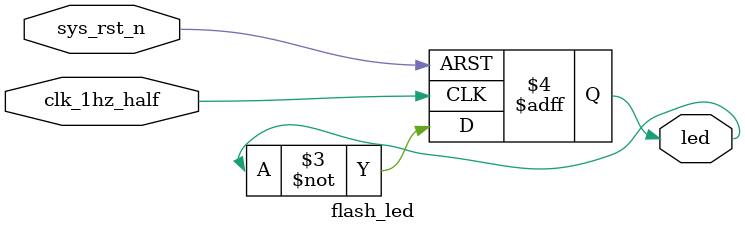
<source format=v>
module flash_led (
    input clk_1hz_half,
    input sys_rst_n,
    output reg led
);
    always @(posedge clk_1hz_half or negedge sys_rst_n) begin
        if (~sys_rst_n)
            led <= 1'b0;
        else
            led <= ~led;
    end
endmodule
</source>
